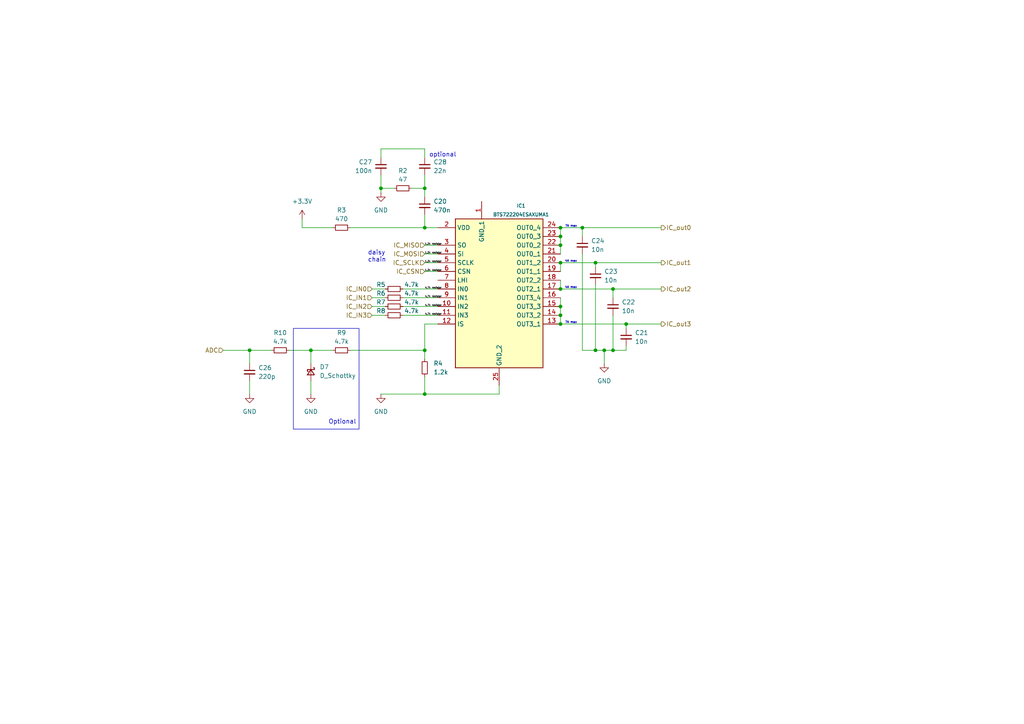
<source format=kicad_sch>
(kicad_sch (version 20230121) (generator eeschema)

  (uuid 9dea2d7f-0f08-4906-90cd-01e503554e7e)

  (paper "A4")

  (lib_symbols
    (symbol "Device:C_Small" (pin_numbers hide) (pin_names (offset 0.254) hide) (in_bom yes) (on_board yes)
      (property "Reference" "C" (at 0.254 1.778 0)
        (effects (font (size 1.27 1.27)) (justify left))
      )
      (property "Value" "C_Small" (at 0.254 -2.032 0)
        (effects (font (size 1.27 1.27)) (justify left))
      )
      (property "Footprint" "" (at 0 0 0)
        (effects (font (size 1.27 1.27)) hide)
      )
      (property "Datasheet" "~" (at 0 0 0)
        (effects (font (size 1.27 1.27)) hide)
      )
      (property "ki_keywords" "capacitor cap" (at 0 0 0)
        (effects (font (size 1.27 1.27)) hide)
      )
      (property "ki_description" "Unpolarized capacitor, small symbol" (at 0 0 0)
        (effects (font (size 1.27 1.27)) hide)
      )
      (property "ki_fp_filters" "C_*" (at 0 0 0)
        (effects (font (size 1.27 1.27)) hide)
      )
      (symbol "C_Small_0_1"
        (polyline
          (pts
            (xy -1.524 -0.508)
            (xy 1.524 -0.508)
          )
          (stroke (width 0.3302) (type default))
          (fill (type none))
        )
        (polyline
          (pts
            (xy -1.524 0.508)
            (xy 1.524 0.508)
          )
          (stroke (width 0.3048) (type default))
          (fill (type none))
        )
      )
      (symbol "C_Small_1_1"
        (pin passive line (at 0 2.54 270) (length 2.032)
          (name "~" (effects (font (size 1.27 1.27))))
          (number "1" (effects (font (size 1.27 1.27))))
        )
        (pin passive line (at 0 -2.54 90) (length 2.032)
          (name "~" (effects (font (size 1.27 1.27))))
          (number "2" (effects (font (size 1.27 1.27))))
        )
      )
    )
    (symbol "Device:D_Schottky_Small" (pin_numbers hide) (pin_names (offset 0.254) hide) (in_bom yes) (on_board yes)
      (property "Reference" "D" (at -1.27 2.032 0)
        (effects (font (size 1.27 1.27)) (justify left))
      )
      (property "Value" "D_Schottky_Small" (at -7.112 -2.032 0)
        (effects (font (size 1.27 1.27)) (justify left))
      )
      (property "Footprint" "" (at 0 0 90)
        (effects (font (size 1.27 1.27)) hide)
      )
      (property "Datasheet" "~" (at 0 0 90)
        (effects (font (size 1.27 1.27)) hide)
      )
      (property "ki_keywords" "diode Schottky" (at 0 0 0)
        (effects (font (size 1.27 1.27)) hide)
      )
      (property "ki_description" "Schottky diode, small symbol" (at 0 0 0)
        (effects (font (size 1.27 1.27)) hide)
      )
      (property "ki_fp_filters" "TO-???* *_Diode_* *SingleDiode* D_*" (at 0 0 0)
        (effects (font (size 1.27 1.27)) hide)
      )
      (symbol "D_Schottky_Small_0_1"
        (polyline
          (pts
            (xy -0.762 0)
            (xy 0.762 0)
          )
          (stroke (width 0) (type default))
          (fill (type none))
        )
        (polyline
          (pts
            (xy 0.762 -1.016)
            (xy -0.762 0)
            (xy 0.762 1.016)
            (xy 0.762 -1.016)
          )
          (stroke (width 0.254) (type default))
          (fill (type none))
        )
        (polyline
          (pts
            (xy -1.27 0.762)
            (xy -1.27 1.016)
            (xy -0.762 1.016)
            (xy -0.762 -1.016)
            (xy -0.254 -1.016)
            (xy -0.254 -0.762)
          )
          (stroke (width 0.254) (type default))
          (fill (type none))
        )
      )
      (symbol "D_Schottky_Small_1_1"
        (pin passive line (at -2.54 0 0) (length 1.778)
          (name "K" (effects (font (size 1.27 1.27))))
          (number "1" (effects (font (size 1.27 1.27))))
        )
        (pin passive line (at 2.54 0 180) (length 1.778)
          (name "A" (effects (font (size 1.27 1.27))))
          (number "2" (effects (font (size 1.27 1.27))))
        )
      )
    )
    (symbol "Device:R_Small" (pin_numbers hide) (pin_names (offset 0.254) hide) (in_bom yes) (on_board yes)
      (property "Reference" "R" (at 0.762 0.508 0)
        (effects (font (size 1.27 1.27)) (justify left))
      )
      (property "Value" "R_Small" (at 0.762 -1.016 0)
        (effects (font (size 1.27 1.27)) (justify left))
      )
      (property "Footprint" "" (at 0 0 0)
        (effects (font (size 1.27 1.27)) hide)
      )
      (property "Datasheet" "~" (at 0 0 0)
        (effects (font (size 1.27 1.27)) hide)
      )
      (property "ki_keywords" "R resistor" (at 0 0 0)
        (effects (font (size 1.27 1.27)) hide)
      )
      (property "ki_description" "Resistor, small symbol" (at 0 0 0)
        (effects (font (size 1.27 1.27)) hide)
      )
      (property "ki_fp_filters" "R_*" (at 0 0 0)
        (effects (font (size 1.27 1.27)) hide)
      )
      (symbol "R_Small_0_1"
        (rectangle (start -0.762 1.778) (end 0.762 -1.778)
          (stroke (width 0.2032) (type default))
          (fill (type none))
        )
      )
      (symbol "R_Small_1_1"
        (pin passive line (at 0 2.54 270) (length 0.762)
          (name "~" (effects (font (size 1.27 1.27))))
          (number "1" (effects (font (size 1.27 1.27))))
        )
        (pin passive line (at 0 -2.54 90) (length 0.762)
          (name "~" (effects (font (size 1.27 1.27))))
          (number "2" (effects (font (size 1.27 1.27))))
        )
      )
    )
    (symbol "Samacsys_kicad_sym:BTS722204ESAXUMA1" (in_bom yes) (on_board yes)
      (property "Reference" "IC1" (at 24.13 6.35 0)
        (effects (font (size 1 1)))
      )
      (property "Value" "BTS722204ESAXUMA1" (at 24.13 3.81 0)
        (effects (font (size 1 1)))
      )
      (property "Footprint" "Samacsys:SOP65P600X115-25N" (at 31.75 -94.92 0)
        (effects (font (size 1.27 1.27)) (justify left top) hide)
      )
      (property "Datasheet" "https://www.infineon.com/dgdl/Infineon-BTS72220-4ESA-DS-v01_00-EN.pdf?fileId=5546d462636cc8fb0163feab173708d9" (at 31.75 -194.92 0)
        (effects (font (size 1.27 1.27)) (justify left top) hide)
      )
      (property "Height" "1.15" (at 31.75 -394.92 0)
        (effects (font (size 1.27 1.27)) (justify left top) hide)
      )
      (property "Mouser Part Number" "726-BTS722204ESAXUMA" (at 31.75 -494.92 0)
        (effects (font (size 1.27 1.27)) (justify left top) hide)
      )
      (property "Mouser Price/Stock" "https://www.mouser.co.uk/ProductDetail/Infineon-Technologies/BTS722204ESAXUMA1?qs=%252BEew9%252B0nqrBKRVYWm1E2Qg%3D%3D" (at 31.75 -594.92 0)
        (effects (font (size 1.27 1.27)) (justify left top) hide)
      )
      (property "Manufacturer_Name" "Infineon" (at 31.75 -694.92 0)
        (effects (font (size 1.27 1.27)) (justify left top) hide)
      )
      (property "Manufacturer_Part_Number" "BTS722204ESAXUMA1" (at 31.75 -794.92 0)
        (effects (font (size 1.27 1.27)) (justify left top) hide)
      )
      (property "ki_description" "Power Switch ICs - Power Distribution SPOC" (at 0 0 0)
        (effects (font (size 1.27 1.27)) hide)
      )
      (symbol "BTS722204ESAXUMA1_1_1"
        (rectangle (start 5.08 2.54) (end 30.48 -40.64)
          (stroke (width 0.254) (type default))
          (fill (type background))
        )
        (pin passive line (at 12.7 7.62 270) (length 5.08)
          (name "GND_1" (effects (font (size 1.27 1.27))))
          (number "1" (effects (font (size 1.27 1.27))))
        )
        (pin passive line (at 0 -22.86 0) (length 5.08)
          (name "IN2" (effects (font (size 1.27 1.27))))
          (number "10" (effects (font (size 1.27 1.27))))
        )
        (pin passive line (at 0 -25.4 0) (length 5.08)
          (name "IN3" (effects (font (size 1.27 1.27))))
          (number "11" (effects (font (size 1.27 1.27))))
        )
        (pin passive line (at 0 -27.94 0) (length 5.08)
          (name "IS" (effects (font (size 1.27 1.27))))
          (number "12" (effects (font (size 1.27 1.27))))
        )
        (pin passive line (at 35.56 -27.94 180) (length 5.08)
          (name "OUT3_1" (effects (font (size 1.27 1.27))))
          (number "13" (effects (font (size 1.27 1.27))))
        )
        (pin passive line (at 35.56 -25.4 180) (length 5.08)
          (name "OUT3_2" (effects (font (size 1.27 1.27))))
          (number "14" (effects (font (size 1.27 1.27))))
        )
        (pin passive line (at 35.56 -22.86 180) (length 5.08)
          (name "OUT3_3" (effects (font (size 1.27 1.27))))
          (number "15" (effects (font (size 1.27 1.27))))
        )
        (pin passive line (at 35.56 -20.32 180) (length 5.08)
          (name "OUT3_4" (effects (font (size 1.27 1.27))))
          (number "16" (effects (font (size 1.27 1.27))))
        )
        (pin passive line (at 35.56 -17.78 180) (length 5.08)
          (name "OUT2_1" (effects (font (size 1.27 1.27))))
          (number "17" (effects (font (size 1.27 1.27))))
        )
        (pin passive line (at 35.56 -15.24 180) (length 5.08)
          (name "OUT2_2" (effects (font (size 1.27 1.27))))
          (number "18" (effects (font (size 1.27 1.27))))
        )
        (pin passive line (at 35.56 -12.7 180) (length 5.08)
          (name "OUT1_1" (effects (font (size 1.27 1.27))))
          (number "19" (effects (font (size 1.27 1.27))))
        )
        (pin passive line (at 0 0 0) (length 5.08)
          (name "VDD" (effects (font (size 1.27 1.27))))
          (number "2" (effects (font (size 1.27 1.27))))
        )
        (pin passive line (at 35.56 -10.16 180) (length 5.08)
          (name "OUT1_2" (effects (font (size 1.27 1.27))))
          (number "20" (effects (font (size 1.27 1.27))))
        )
        (pin passive line (at 35.56 -7.62 180) (length 5.08)
          (name "OUT0_1" (effects (font (size 1.27 1.27))))
          (number "21" (effects (font (size 1.27 1.27))))
        )
        (pin passive line (at 35.56 -5.08 180) (length 5.08)
          (name "OUT0_2" (effects (font (size 1.27 1.27))))
          (number "22" (effects (font (size 1.27 1.27))))
        )
        (pin passive line (at 35.56 -2.54 180) (length 5.08)
          (name "OUT0_3" (effects (font (size 1.27 1.27))))
          (number "23" (effects (font (size 1.27 1.27))))
        )
        (pin passive line (at 35.56 0 180) (length 5.08)
          (name "OUT0_4" (effects (font (size 1.27 1.27))))
          (number "24" (effects (font (size 1.27 1.27))))
        )
        (pin passive line (at 17.78 -45.72 90) (length 5.08)
          (name "GND_2" (effects (font (size 1.27 1.27))))
          (number "25" (effects (font (size 1.27 1.27))))
        )
        (pin passive line (at 0 -5.08 0) (length 5.08)
          (name "SO" (effects (font (size 1.27 1.27))))
          (number "3" (effects (font (size 1.27 1.27))))
        )
        (pin passive line (at 0 -7.62 0) (length 5.08)
          (name "SI" (effects (font (size 1.27 1.27))))
          (number "4" (effects (font (size 1.27 1.27))))
        )
        (pin passive line (at 0 -10.16 0) (length 5.08)
          (name "SCLK" (effects (font (size 1.27 1.27))))
          (number "5" (effects (font (size 1.27 1.27))))
        )
        (pin passive line (at 0 -12.7 0) (length 5.08)
          (name "CSN" (effects (font (size 1.27 1.27))))
          (number "6" (effects (font (size 1.27 1.27))))
        )
        (pin passive line (at 0 -15.24 0) (length 5.08)
          (name "LHI" (effects (font (size 1.27 1.27))))
          (number "7" (effects (font (size 1.27 1.27))))
        )
        (pin passive line (at 0 -17.78 0) (length 5.08)
          (name "IN0" (effects (font (size 1.27 1.27))))
          (number "8" (effects (font (size 1.27 1.27))))
        )
        (pin passive line (at 0 -20.32 0) (length 5.08)
          (name "IN1" (effects (font (size 1.27 1.27))))
          (number "9" (effects (font (size 1.27 1.27))))
        )
      )
    )
    (symbol "power:+3.3V" (power) (pin_names (offset 0)) (in_bom yes) (on_board yes)
      (property "Reference" "#PWR" (at 0 -3.81 0)
        (effects (font (size 1.27 1.27)) hide)
      )
      (property "Value" "+3.3V" (at 0 3.556 0)
        (effects (font (size 1.27 1.27)))
      )
      (property "Footprint" "" (at 0 0 0)
        (effects (font (size 1.27 1.27)) hide)
      )
      (property "Datasheet" "" (at 0 0 0)
        (effects (font (size 1.27 1.27)) hide)
      )
      (property "ki_keywords" "global power" (at 0 0 0)
        (effects (font (size 1.27 1.27)) hide)
      )
      (property "ki_description" "Power symbol creates a global label with name \"+3.3V\"" (at 0 0 0)
        (effects (font (size 1.27 1.27)) hide)
      )
      (symbol "+3.3V_0_1"
        (polyline
          (pts
            (xy -0.762 1.27)
            (xy 0 2.54)
          )
          (stroke (width 0) (type default))
          (fill (type none))
        )
        (polyline
          (pts
            (xy 0 0)
            (xy 0 2.54)
          )
          (stroke (width 0) (type default))
          (fill (type none))
        )
        (polyline
          (pts
            (xy 0 2.54)
            (xy 0.762 1.27)
          )
          (stroke (width 0) (type default))
          (fill (type none))
        )
      )
      (symbol "+3.3V_1_1"
        (pin power_in line (at 0 0 90) (length 0) hide
          (name "+3.3V" (effects (font (size 1.27 1.27))))
          (number "1" (effects (font (size 1.27 1.27))))
        )
      )
    )
    (symbol "power:GND" (power) (pin_names (offset 0)) (in_bom yes) (on_board yes)
      (property "Reference" "#PWR" (at 0 -6.35 0)
        (effects (font (size 1.27 1.27)) hide)
      )
      (property "Value" "GND" (at 0 -3.81 0)
        (effects (font (size 1.27 1.27)))
      )
      (property "Footprint" "" (at 0 0 0)
        (effects (font (size 1.27 1.27)) hide)
      )
      (property "Datasheet" "" (at 0 0 0)
        (effects (font (size 1.27 1.27)) hide)
      )
      (property "ki_keywords" "global power" (at 0 0 0)
        (effects (font (size 1.27 1.27)) hide)
      )
      (property "ki_description" "Power symbol creates a global label with name \"GND\" , ground" (at 0 0 0)
        (effects (font (size 1.27 1.27)) hide)
      )
      (symbol "GND_0_1"
        (polyline
          (pts
            (xy 0 0)
            (xy 0 -1.27)
            (xy 1.27 -1.27)
            (xy 0 -2.54)
            (xy -1.27 -1.27)
            (xy 0 -1.27)
          )
          (stroke (width 0) (type default))
          (fill (type none))
        )
      )
      (symbol "GND_1_1"
        (pin power_in line (at 0 0 270) (length 0) hide
          (name "GND" (effects (font (size 1.27 1.27))))
          (number "1" (effects (font (size 1.27 1.27))))
        )
      )
    )
  )

  (junction (at 162.56 93.98) (diameter 0) (color 0 0 0 0)
    (uuid 0b5160b6-210c-44c0-98a7-f3b8cf21062a)
  )
  (junction (at 162.56 88.9) (diameter 0) (color 0 0 0 0)
    (uuid 11cc7523-0844-470a-9086-9d0978565b81)
  )
  (junction (at 110.49 54.61) (diameter 0) (color 0 0 0 0)
    (uuid 4a93c9dc-fc7f-4abd-9c71-a03ef4c5f372)
  )
  (junction (at 175.26 101.6) (diameter 0) (color 0 0 0 0)
    (uuid 562a3f17-6e95-4877-a713-fc50eaee3c97)
  )
  (junction (at 177.8 101.6) (diameter 0) (color 0 0 0 0)
    (uuid 5c2684f1-13dd-4d49-a225-d964983079a2)
  )
  (junction (at 172.72 101.6) (diameter 0) (color 0 0 0 0)
    (uuid 6e7df94e-f1a7-436e-8687-14b7704c31bc)
  )
  (junction (at 168.91 66.04) (diameter 0) (color 0 0 0 0)
    (uuid 70795654-4b06-4ce8-954d-7bc7e80fa380)
  )
  (junction (at 162.56 68.58) (diameter 0) (color 0 0 0 0)
    (uuid 763c09c3-bdb5-4b58-8108-8b92687b39e6)
  )
  (junction (at 123.19 54.61) (diameter 0) (color 0 0 0 0)
    (uuid 76e20b1d-9cac-4a65-aca8-704f42a0b3e2)
  )
  (junction (at 162.56 71.12) (diameter 0) (color 0 0 0 0)
    (uuid 7733aabe-67fe-41a9-a085-50fb4f61e029)
  )
  (junction (at 162.56 76.2) (diameter 0) (color 0 0 0 0)
    (uuid 7d507923-572b-4265-9269-aa941a47f02c)
  )
  (junction (at 123.19 101.6) (diameter 0) (color 0 0 0 0)
    (uuid 7fd26398-8e4c-450b-bec3-bf5c98bfa5dc)
  )
  (junction (at 172.72 76.2) (diameter 0) (color 0 0 0 0)
    (uuid 846303e5-e2c1-4623-9467-c9283d8a1fd6)
  )
  (junction (at 162.56 91.44) (diameter 0) (color 0 0 0 0)
    (uuid 8b68f774-9cd0-4407-890f-04766527191d)
  )
  (junction (at 123.19 114.3) (diameter 0) (color 0 0 0 0)
    (uuid 919c5136-c6bc-4bcb-b44c-655e65b26dc5)
  )
  (junction (at 181.61 93.98) (diameter 0) (color 0 0 0 0)
    (uuid be25242c-04fe-45ef-9043-ba44afc253c6)
  )
  (junction (at 90.17 101.6) (diameter 0) (color 0 0 0 0)
    (uuid c3b4f240-fd4f-4868-9a12-bd28a7f5d408)
  )
  (junction (at 162.56 66.04) (diameter 0) (color 0 0 0 0)
    (uuid e4d36d62-a9cd-4d32-a31c-155a0112088b)
  )
  (junction (at 72.39 101.6) (diameter 0) (color 0 0 0 0)
    (uuid ec56d442-84dc-4372-95de-0e7ae5abb5ee)
  )
  (junction (at 177.8 83.82) (diameter 0) (color 0 0 0 0)
    (uuid ee581dfe-004a-4ce1-9ea7-876950477917)
  )
  (junction (at 123.19 66.04) (diameter 0) (color 0 0 0 0)
    (uuid fec6f36b-869f-4678-8c0f-cbac09239e79)
  )
  (junction (at 162.56 83.82) (diameter 0) (color 0 0 0 0)
    (uuid fed373ff-668a-44cb-87e2-7e559feffe47)
  )

  (wire (pts (xy 116.84 91.44) (xy 127 91.44))
    (stroke (width 0) (type default))
    (uuid 0144f632-d5da-47b1-9436-6e88fca495a5)
  )
  (wire (pts (xy 162.56 91.44) (xy 162.56 93.98))
    (stroke (width 0) (type default))
    (uuid 02c6a978-c4f4-4b96-9b25-41852ea17f59)
  )
  (wire (pts (xy 90.17 110.49) (xy 90.17 114.3))
    (stroke (width 0) (type default))
    (uuid 0dc26203-79da-4280-b4db-c72e766eb5c4)
  )
  (wire (pts (xy 175.26 101.6) (xy 177.8 101.6))
    (stroke (width 0) (type default))
    (uuid 10744398-a288-42d2-ad76-e372dc04703b)
  )
  (wire (pts (xy 123.19 76.2) (xy 127 76.2))
    (stroke (width 0) (type default))
    (uuid 1268e0ef-eef5-4f07-9cbb-157a16300c8b)
  )
  (wire (pts (xy 107.95 86.36) (xy 111.76 86.36))
    (stroke (width 0) (type default))
    (uuid 139fa40a-bc67-41df-ad83-25a8d4cd1b8a)
  )
  (wire (pts (xy 162.56 93.98) (xy 181.61 93.98))
    (stroke (width 0) (type default))
    (uuid 1f015b99-1bc1-4f9e-8c4b-12ee573f4487)
  )
  (wire (pts (xy 168.91 73.66) (xy 168.91 101.6))
    (stroke (width 0) (type default))
    (uuid 258b6756-08c7-4c4e-bb7b-4da293302c2e)
  )
  (wire (pts (xy 123.19 93.98) (xy 123.19 101.6))
    (stroke (width 0) (type default))
    (uuid 28a0daaa-2e55-49fe-abee-fd98625f4de0)
  )
  (wire (pts (xy 162.56 66.04) (xy 162.56 68.58))
    (stroke (width 0) (type default))
    (uuid 28ae7723-338e-4d1c-8b9c-d33e384c6b3b)
  )
  (wire (pts (xy 181.61 100.33) (xy 181.61 101.6))
    (stroke (width 0) (type default))
    (uuid 2afe22d6-c9c4-4dd1-8f3a-519f58cf9398)
  )
  (wire (pts (xy 110.49 50.8) (xy 110.49 54.61))
    (stroke (width 0) (type default))
    (uuid 32f103bf-d089-4dfd-9a24-570e925a7e17)
  )
  (wire (pts (xy 110.49 114.3) (xy 123.19 114.3))
    (stroke (width 0) (type default))
    (uuid 3a4aeae2-5fbd-4b98-995f-c6118eb1f94b)
  )
  (wire (pts (xy 181.61 95.25) (xy 181.61 93.98))
    (stroke (width 0) (type default))
    (uuid 41f9254c-6a72-432a-ba66-3f7737116b9d)
  )
  (wire (pts (xy 181.61 93.98) (xy 191.77 93.98))
    (stroke (width 0) (type default))
    (uuid 42a27c00-c209-4a3a-8a7b-75e4b7814438)
  )
  (wire (pts (xy 110.49 45.72) (xy 110.49 43.18))
    (stroke (width 0) (type default))
    (uuid 457c1919-732d-4651-aed4-89474b673aaa)
  )
  (wire (pts (xy 123.19 101.6) (xy 123.19 104.14))
    (stroke (width 0) (type default))
    (uuid 473ca0e0-db78-4f6f-aa0c-5af5238b1eb8)
  )
  (wire (pts (xy 123.19 78.74) (xy 127 78.74))
    (stroke (width 0) (type default))
    (uuid 48036dec-d13f-4ded-852a-659eb2819a77)
  )
  (wire (pts (xy 168.91 68.58) (xy 168.91 66.04))
    (stroke (width 0) (type default))
    (uuid 4b8bbf09-d6cd-4b12-a40e-545d1943a0cf)
  )
  (wire (pts (xy 110.49 54.61) (xy 114.3 54.61))
    (stroke (width 0) (type default))
    (uuid 4ec79ccc-c448-4c28-a320-4b963b5792b5)
  )
  (wire (pts (xy 168.91 66.04) (xy 191.77 66.04))
    (stroke (width 0) (type default))
    (uuid 53a1c4d1-02ca-4743-8c33-8f92b359ef62)
  )
  (wire (pts (xy 162.56 81.28) (xy 162.56 83.82))
    (stroke (width 0) (type default))
    (uuid 56eac58b-57c9-4031-ac15-bedb4f275bb6)
  )
  (wire (pts (xy 87.63 63.5) (xy 87.63 66.04))
    (stroke (width 0) (type default))
    (uuid 574a4a7c-ae73-4cdd-ab7a-4e720af70958)
  )
  (wire (pts (xy 123.19 73.66) (xy 127 73.66))
    (stroke (width 0) (type default))
    (uuid 5e3d8a33-4957-44c4-af9c-acbfe6b92686)
  )
  (wire (pts (xy 90.17 101.6) (xy 96.52 101.6))
    (stroke (width 0) (type default))
    (uuid 60716536-fb1f-48de-8ee1-765a04e4e363)
  )
  (wire (pts (xy 116.84 88.9) (xy 127 88.9))
    (stroke (width 0) (type default))
    (uuid 61bd2c18-181e-4e88-977e-c566d93d4bd1)
  )
  (wire (pts (xy 162.56 76.2) (xy 172.72 76.2))
    (stroke (width 0) (type default))
    (uuid 6d270b89-9b7a-4e7a-af6c-d6e5dffe45be)
  )
  (wire (pts (xy 123.19 62.23) (xy 123.19 66.04))
    (stroke (width 0) (type default))
    (uuid 6dcf2ea2-bbc1-4c27-9ce0-d867e1aaadf9)
  )
  (wire (pts (xy 172.72 101.6) (xy 175.26 101.6))
    (stroke (width 0) (type default))
    (uuid 6fe66ada-3774-41c8-9efe-1855892a0182)
  )
  (wire (pts (xy 162.56 71.12) (xy 162.56 73.66))
    (stroke (width 0) (type default))
    (uuid 71269300-c96b-4e71-8ef5-328c186855f0)
  )
  (wire (pts (xy 123.19 54.61) (xy 123.19 57.15))
    (stroke (width 0) (type default))
    (uuid 71c6d22e-0435-4e23-bd33-6064eb24e5b0)
  )
  (wire (pts (xy 107.95 83.82) (xy 111.76 83.82))
    (stroke (width 0) (type default))
    (uuid 766a0867-b2b7-4060-b30e-fe6d2143f557)
  )
  (wire (pts (xy 177.8 91.44) (xy 177.8 101.6))
    (stroke (width 0) (type default))
    (uuid 78e66d55-9bfc-491d-9312-5037c02ee7c2)
  )
  (wire (pts (xy 123.19 50.8) (xy 123.19 54.61))
    (stroke (width 0) (type default))
    (uuid 7cfeaef6-85ce-426f-ae66-f0a6bc760436)
  )
  (wire (pts (xy 123.19 109.22) (xy 123.19 114.3))
    (stroke (width 0) (type default))
    (uuid 7d023bbe-a2b0-4ec5-9b3a-5f7b289fa5ab)
  )
  (wire (pts (xy 110.49 43.18) (xy 123.19 43.18))
    (stroke (width 0) (type default))
    (uuid 803fa6fd-c7ba-4d82-b199-417ece218938)
  )
  (wire (pts (xy 177.8 101.6) (xy 181.61 101.6))
    (stroke (width 0) (type default))
    (uuid 83d171f8-2bf9-43a0-9c3a-1239f9b4e729)
  )
  (wire (pts (xy 123.19 114.3) (xy 144.78 114.3))
    (stroke (width 0) (type default))
    (uuid 841c8a4f-c745-48ec-9837-96c999f214de)
  )
  (wire (pts (xy 162.56 83.82) (xy 177.8 83.82))
    (stroke (width 0) (type default))
    (uuid 85740572-1a0b-4a80-937c-711b38a14171)
  )
  (wire (pts (xy 101.6 66.04) (xy 123.19 66.04))
    (stroke (width 0) (type default))
    (uuid 8955bb18-f21d-439a-a4ed-01ecc08b6184)
  )
  (wire (pts (xy 116.84 86.36) (xy 127 86.36))
    (stroke (width 0) (type default))
    (uuid 89e9e4ef-d222-455b-865e-928fbab755c4)
  )
  (wire (pts (xy 72.39 101.6) (xy 72.39 105.41))
    (stroke (width 0) (type default))
    (uuid 8de26a25-b005-4e6d-8f96-e02cd96a5f65)
  )
  (wire (pts (xy 72.39 110.49) (xy 72.39 114.3))
    (stroke (width 0) (type default))
    (uuid 95ed2bb7-6355-41e1-a9db-7f08573499b2)
  )
  (wire (pts (xy 162.56 86.36) (xy 162.56 88.9))
    (stroke (width 0) (type default))
    (uuid 9718a87a-42cd-466e-a38c-dd6dfac43d6b)
  )
  (wire (pts (xy 64.77 101.6) (xy 72.39 101.6))
    (stroke (width 0) (type default))
    (uuid 98ae586a-6785-475a-8d1f-42213805efaa)
  )
  (wire (pts (xy 177.8 83.82) (xy 191.77 83.82))
    (stroke (width 0) (type default))
    (uuid 98f883a3-c3b8-40d8-bd8c-4c8eaa9931b4)
  )
  (wire (pts (xy 101.6 101.6) (xy 123.19 101.6))
    (stroke (width 0) (type default))
    (uuid a35231ba-9c76-438b-ad04-6f24eeb5dc5e)
  )
  (wire (pts (xy 162.56 76.2) (xy 162.56 78.74))
    (stroke (width 0) (type default))
    (uuid a57995fb-4f31-4497-b9c6-f6e884a2b9c7)
  )
  (wire (pts (xy 90.17 101.6) (xy 90.17 105.41))
    (stroke (width 0) (type default))
    (uuid a5b176a1-3b5a-40f1-84ac-65d84e2a17d5)
  )
  (wire (pts (xy 168.91 101.6) (xy 172.72 101.6))
    (stroke (width 0) (type default))
    (uuid a62a5d04-07dc-45a7-92a7-14a000f091b0)
  )
  (wire (pts (xy 172.72 76.2) (xy 191.77 76.2))
    (stroke (width 0) (type default))
    (uuid b2366d22-abe5-4229-b1d5-f7b36d50bf2a)
  )
  (wire (pts (xy 127 93.98) (xy 123.19 93.98))
    (stroke (width 0) (type default))
    (uuid b3193ecc-b4a6-4a43-a045-96646e30ab14)
  )
  (wire (pts (xy 116.84 83.82) (xy 127 83.82))
    (stroke (width 0) (type default))
    (uuid b6112cb6-474e-4ae8-b8b9-5924821e63d6)
  )
  (wire (pts (xy 144.78 111.76) (xy 144.78 114.3))
    (stroke (width 0) (type default))
    (uuid c0fa53e7-ed51-4c17-bb25-593f1eadf32c)
  )
  (wire (pts (xy 177.8 86.36) (xy 177.8 83.82))
    (stroke (width 0) (type default))
    (uuid c12150a3-3eee-43ee-af3e-ee7563324029)
  )
  (wire (pts (xy 123.19 54.61) (xy 119.38 54.61))
    (stroke (width 0) (type default))
    (uuid cb76e0a1-7d4f-4c3e-ab05-c0ffd126ec2c)
  )
  (wire (pts (xy 87.63 66.04) (xy 96.52 66.04))
    (stroke (width 0) (type default))
    (uuid cbc0062d-dc3c-433c-be2d-4c412f5cecb4)
  )
  (wire (pts (xy 107.95 88.9) (xy 111.76 88.9))
    (stroke (width 0) (type default))
    (uuid d0063609-e18b-47cc-9e34-6699ffa54cff)
  )
  (wire (pts (xy 123.19 71.12) (xy 127 71.12))
    (stroke (width 0) (type default))
    (uuid d06d8231-c9c5-4b35-85cd-745e5ed9999c)
  )
  (wire (pts (xy 162.56 66.04) (xy 168.91 66.04))
    (stroke (width 0) (type default))
    (uuid d2faac2e-acb6-4436-8eb9-1fe2c65184a2)
  )
  (wire (pts (xy 123.19 43.18) (xy 123.19 45.72))
    (stroke (width 0) (type default))
    (uuid d3b68477-0e83-4671-bccf-061808a69848)
  )
  (wire (pts (xy 83.82 101.6) (xy 90.17 101.6))
    (stroke (width 0) (type default))
    (uuid d9031d8f-8aa4-407a-8d2c-79b91b419bf2)
  )
  (wire (pts (xy 123.19 66.04) (xy 127 66.04))
    (stroke (width 0) (type default))
    (uuid da0a6833-3fbf-443b-9575-233020c6e114)
  )
  (wire (pts (xy 162.56 68.58) (xy 162.56 71.12))
    (stroke (width 0) (type default))
    (uuid da977190-9465-446d-81de-642e50de16a4)
  )
  (wire (pts (xy 72.39 101.6) (xy 78.74 101.6))
    (stroke (width 0) (type default))
    (uuid dba68fdc-28c8-4bd9-ae4e-0a3b9c8d29c6)
  )
  (wire (pts (xy 107.95 91.44) (xy 111.76 91.44))
    (stroke (width 0) (type default))
    (uuid dbb08acd-5d0c-4fa9-b424-1cda9033005b)
  )
  (wire (pts (xy 110.49 55.88) (xy 110.49 54.61))
    (stroke (width 0) (type default))
    (uuid e8951f7d-93bb-4ef8-b39e-7d5df273e1f5)
  )
  (wire (pts (xy 162.56 88.9) (xy 162.56 91.44))
    (stroke (width 0) (type default))
    (uuid ef96aabe-2416-411c-8234-c28dc5578836)
  )
  (wire (pts (xy 175.26 101.6) (xy 175.26 105.41))
    (stroke (width 0) (type default))
    (uuid f250a96b-1ab5-4c11-8877-2569af2eaf16)
  )
  (wire (pts (xy 172.72 77.47) (xy 172.72 76.2))
    (stroke (width 0) (type default))
    (uuid f92d6d32-7983-491f-a7b6-9f57143b2e2a)
  )
  (wire (pts (xy 172.72 82.55) (xy 172.72 101.6))
    (stroke (width 0) (type default))
    (uuid f9cc661f-9d9c-44d6-b0e1-0862fed1427a)
  )

  (rectangle (start 85.09 95.25) (end 104.14 124.46)
    (stroke (width 0) (type default))
    (fill (type none))
    (uuid b4c9afaa-04ab-4dc8-a394-007d93387102)
  )

  (text "4A max" (at 163.83 83.82 0)
    (effects (font (size 0.6 0.6)) (justify left bottom))
    (uuid 066e189f-17d1-4b98-9532-852f0c063ba2)
  )
  (text "7A max" (at 163.83 66.04 0)
    (effects (font (size 0.6 0.6)) (justify left bottom))
    (uuid 2cef0369-d0bf-4414-a79d-0a94eb47e16f)
  )
  (text "Optional\n" (at 95.25 123.19 0)
    (effects (font (size 1.27 1.27)) (justify left bottom))
    (uuid 33910bfa-5bc1-4674-980b-c19055fc0f12)
  )
  (text "optional\n" (at 124.46 45.72 0)
    (effects (font (size 1.27 1.27)) (justify left bottom))
    (uuid 93966667-34e6-4c72-8744-b3e2481cfd06)
  )
  (text "7A max" (at 163.83 93.98 0)
    (effects (font (size 0.6 0.6)) (justify left bottom))
    (uuid c95c30be-ab27-42c4-bf4f-c5d2351eb1ef)
  )
  (text "4A max" (at 163.83 76.2 0)
    (effects (font (size 0.6 0.6)) (justify left bottom))
    (uuid e50dc8cc-94f6-4f08-babc-27876fbb9356)
  )
  (text "daisy\nchain" (at 106.68 76.2 0)
    (effects (font (size 1.27 1.27)) (justify left bottom))
    (uuid eff743d3-6b60-4ca1-91bf-e82b26d750a4)
  )

  (label "4.7k resistor" (at 123.19 88.9 0) (fields_autoplaced)
    (effects (font (size 0.5 0.5)) (justify left bottom))
    (uuid 0a4953bb-8227-4aba-a535-c3295f6e5f0b)
  )
  (label "1.2k resistor" (at 123.19 78.74 0) (fields_autoplaced)
    (effects (font (size 0.5 0.5)) (justify left bottom))
    (uuid 220a8972-6765-4de0-b8e4-d4637b2b5b54)
  )
  (label "1.2k resistor" (at 123.19 73.66 0) (fields_autoplaced)
    (effects (font (size 0.5 0.5)) (justify left bottom))
    (uuid 2ab215de-c765-4baa-982d-74e635326cb2)
  )
  (label "4.7k resistor" (at 123.19 91.44 0) (fields_autoplaced)
    (effects (font (size 0.5 0.5)) (justify left bottom))
    (uuid 2db3dbe4-1abc-44f0-bb83-e979904bcee8)
  )
  (label "4.7k resistor" (at 123.19 83.82 0) (fields_autoplaced)
    (effects (font (size 0.5 0.5)) (justify left bottom))
    (uuid 363ec59e-9e74-4a6a-88ab-738d12ecbdcc)
  )
  (label "4.7k resistor" (at 123.19 86.36 0) (fields_autoplaced)
    (effects (font (size 0.5 0.5)) (justify left bottom))
    (uuid 385e1fbc-d131-48be-87c6-4bceaccf3129)
  )
  (label "1.2k resistor" (at 123.19 76.2 0) (fields_autoplaced)
    (effects (font (size 0.5 0.5)) (justify left bottom))
    (uuid 3e1be19c-a42e-4b56-b88e-bdd504ae4681)
  )
  (label "1.2k resistor" (at 123.19 71.12 0) (fields_autoplaced)
    (effects (font (size 0.5 0.5)) (justify left bottom))
    (uuid 8af48571-9400-4bac-b9eb-ab4e673967cb)
  )

  (hierarchical_label "ADC" (shape input) (at 64.77 101.6 180) (fields_autoplaced)
    (effects (font (size 1.27 1.27)) (justify right))
    (uuid 15bbfbee-e1f4-4833-b40b-24645105e7f8)
  )
  (hierarchical_label "IC_MISO" (shape input) (at 123.19 71.12 180) (fields_autoplaced)
    (effects (font (size 1.27 1.27)) (justify right))
    (uuid 17ea0c7c-cddf-494f-9dbd-d390a7c7dc9e)
  )
  (hierarchical_label "IC_out0" (shape output) (at 191.77 66.04 0) (fields_autoplaced)
    (effects (font (size 1.27 1.27)) (justify left))
    (uuid 1efd086e-42ea-48eb-b0f7-632b85bcfde7)
  )
  (hierarchical_label "IC_CSN" (shape input) (at 123.19 78.74 180) (fields_autoplaced)
    (effects (font (size 1.27 1.27)) (justify right))
    (uuid 2d531ed4-eacb-415d-896b-df4e588b7d5b)
  )
  (hierarchical_label "IC_out3" (shape output) (at 191.77 93.98 0) (fields_autoplaced)
    (effects (font (size 1.27 1.27)) (justify left))
    (uuid 30e55d3b-1dd2-4e3b-8291-de7eb23bdd73)
  )
  (hierarchical_label "IC_IN2" (shape input) (at 107.95 88.9 180) (fields_autoplaced)
    (effects (font (size 1.27 1.27)) (justify right))
    (uuid 3daec668-6de5-4c38-8069-8de559d0691e)
  )
  (hierarchical_label "IC_IN1" (shape input) (at 107.95 86.36 180) (fields_autoplaced)
    (effects (font (size 1.27 1.27)) (justify right))
    (uuid 5cde8bf2-de9a-43ee-83fc-fb2a07777a8d)
  )
  (hierarchical_label "IC_SCLK" (shape input) (at 123.19 76.2 180) (fields_autoplaced)
    (effects (font (size 1.27 1.27)) (justify right))
    (uuid 74db2399-ace1-4c2c-9f15-17c9bc00f260)
  )
  (hierarchical_label "IC_MOSI" (shape input) (at 123.19 73.66 180) (fields_autoplaced)
    (effects (font (size 1.27 1.27)) (justify right))
    (uuid 919d5b93-d08d-4d48-9d62-6f9fbe7310c2)
  )
  (hierarchical_label "IC_IN0" (shape input) (at 107.95 83.82 180) (fields_autoplaced)
    (effects (font (size 1.27 1.27)) (justify right))
    (uuid b5dfbd90-38ca-40fd-8b9e-ff66a252295e)
  )
  (hierarchical_label "IC_out2" (shape output) (at 191.77 83.82 0) (fields_autoplaced)
    (effects (font (size 1.27 1.27)) (justify left))
    (uuid b8b3ea92-4231-48f4-8e96-38c6d615452f)
  )
  (hierarchical_label "IC_out1" (shape output) (at 191.77 76.2 0) (fields_autoplaced)
    (effects (font (size 1.27 1.27)) (justify left))
    (uuid dcec9f24-917f-4687-8ce8-0dc060108403)
  )
  (hierarchical_label "IC_IN3" (shape input) (at 107.95 91.44 180) (fields_autoplaced)
    (effects (font (size 1.27 1.27)) (justify right))
    (uuid ddcde2d8-e54f-4e5b-82bf-7031f2ce994e)
  )

  (symbol (lib_id "Device:C_Small") (at 123.19 59.69 0) (unit 1)
    (in_bom yes) (on_board yes) (dnp no) (fields_autoplaced)
    (uuid 0c408b2a-1a24-46c0-8bf0-d99abb77ce16)
    (property "Reference" "C20" (at 125.73 58.4263 0)
      (effects (font (size 1.27 1.27)) (justify left))
    )
    (property "Value" "470n" (at 125.73 60.9663 0)
      (effects (font (size 1.27 1.27)) (justify left))
    )
    (property "Footprint" "" (at 123.19 59.69 0)
      (effects (font (size 1.27 1.27)) hide)
    )
    (property "Datasheet" "~" (at 123.19 59.69 0)
      (effects (font (size 1.27 1.27)) hide)
    )
    (pin "2" (uuid c82ad7c1-bd1c-4921-bfdf-e7ebeb571c5f))
    (pin "1" (uuid 3cb25c59-7c30-4f77-b0ef-5be26eb80860))
    (instances
      (project "PDM_1"
        (path "/b652b05a-4e3d-4ad1-b032-18886abe7d45/75d91615-eff9-4b6f-9704-750a1b8c60e7"
          (reference "C20") (unit 1)
        )
        (path "/b652b05a-4e3d-4ad1-b032-18886abe7d45/bbbea364-8a77-4595-a72b-a583adbd9739/83c58a59-25fb-481e-9535-b4b699590ae2"
          (reference "C32") (unit 1)
        )
        (path "/b652b05a-4e3d-4ad1-b032-18886abe7d45/bbbea364-8a77-4595-a72b-a583adbd9739/f3101971-6d44-4562-aa66-8ca561851e4a"
          (reference "C40") (unit 1)
        )
        (path "/b652b05a-4e3d-4ad1-b032-18886abe7d45/bbbea364-8a77-4595-a72b-a583adbd9739/24864da4-8dbe-4c7f-ad1b-2e57f0e0324c"
          (reference "C48") (unit 1)
        )
        (path "/b652b05a-4e3d-4ad1-b032-18886abe7d45/bbbea364-8a77-4595-a72b-a583adbd9739/7624fc19-8141-468d-9567-e322acef29e4"
          (reference "C56") (unit 1)
        )
      )
    )
  )

  (symbol (lib_id "power:GND") (at 72.39 114.3 0) (unit 1)
    (in_bom yes) (on_board yes) (dnp no) (fields_autoplaced)
    (uuid 0c69bde6-90e9-48ef-8646-2d1095a507d2)
    (property "Reference" "#PWR024" (at 72.39 120.65 0)
      (effects (font (size 1.27 1.27)) hide)
    )
    (property "Value" "GND" (at 72.39 119.38 0)
      (effects (font (size 1.27 1.27)))
    )
    (property "Footprint" "" (at 72.39 114.3 0)
      (effects (font (size 1.27 1.27)) hide)
    )
    (property "Datasheet" "" (at 72.39 114.3 0)
      (effects (font (size 1.27 1.27)) hide)
    )
    (pin "1" (uuid 04e34e53-2f32-4f1c-9027-553bee4ebe5e))
    (instances
      (project "PDM_1"
        (path "/b652b05a-4e3d-4ad1-b032-18886abe7d45/75d91615-eff9-4b6f-9704-750a1b8c60e7"
          (reference "#PWR024") (unit 1)
        )
        (path "/b652b05a-4e3d-4ad1-b032-18886abe7d45/bbbea364-8a77-4595-a72b-a583adbd9739/83c58a59-25fb-481e-9535-b4b699590ae2"
          (reference "#PWR026") (unit 1)
        )
        (path "/b652b05a-4e3d-4ad1-b032-18886abe7d45/bbbea364-8a77-4595-a72b-a583adbd9739/f3101971-6d44-4562-aa66-8ca561851e4a"
          (reference "#PWR032") (unit 1)
        )
        (path "/b652b05a-4e3d-4ad1-b032-18886abe7d45/bbbea364-8a77-4595-a72b-a583adbd9739/24864da4-8dbe-4c7f-ad1b-2e57f0e0324c"
          (reference "#PWR038") (unit 1)
        )
        (path "/b652b05a-4e3d-4ad1-b032-18886abe7d45/bbbea364-8a77-4595-a72b-a583adbd9739/7624fc19-8141-468d-9567-e322acef29e4"
          (reference "#PWR044") (unit 1)
        )
      )
    )
  )

  (symbol (lib_id "Samacsys_kicad_sym:BTS722204ESAXUMA1") (at 127 66.04 0) (unit 1)
    (in_bom yes) (on_board yes) (dnp no) (fields_autoplaced)
    (uuid 23167fc1-8ca4-421e-97bf-d048acc7f291)
    (property "Reference" "IC1" (at 151.13 59.69 0)
      (effects (font (size 1 1)))
    )
    (property "Value" "BTS722204ESAXUMA1" (at 151.13 62.23 0)
      (effects (font (size 1 1)))
    )
    (property "Footprint" "Samacsys:SOP65P600X115-25N" (at 158.75 160.96 0)
      (effects (font (size 1.27 1.27)) (justify left top) hide)
    )
    (property "Datasheet" "https://www.infineon.com/dgdl/Infineon-BTS72220-4ESA-DS-v01_00-EN.pdf?fileId=5546d462636cc8fb0163feab173708d9" (at 158.75 260.96 0)
      (effects (font (size 1.27 1.27)) (justify left top) hide)
    )
    (property "Height" "1.15" (at 158.75 460.96 0)
      (effects (font (size 1.27 1.27)) (justify left top) hide)
    )
    (property "Mouser Part Number" "726-BTS722204ESAXUMA" (at 158.75 560.96 0)
      (effects (font (size 1.27 1.27)) (justify left top) hide)
    )
    (property "Mouser Price/Stock" "https://www.mouser.co.uk/ProductDetail/Infineon-Technologies/BTS722204ESAXUMA1?qs=%252BEew9%252B0nqrBKRVYWm1E2Qg%3D%3D" (at 158.75 660.96 0)
      (effects (font (size 1.27 1.27)) (justify left top) hide)
    )
    (property "Manufacturer_Name" "Infineon" (at 158.75 760.96 0)
      (effects (font (size 1.27 1.27)) (justify left top) hide)
    )
    (property "Manufacturer_Part_Number" "BTS722204ESAXUMA1" (at 158.75 860.96 0)
      (effects (font (size 1.27 1.27)) (justify left top) hide)
    )
    (pin "5" (uuid 550e52fc-befd-4081-9337-f604b768040a))
    (pin "7" (uuid 37308968-b91b-4923-9276-dd4a3ddc2200))
    (pin "10" (uuid 228e17a3-27b9-401b-a414-de4ab80132b6))
    (pin "9" (uuid 482aab67-f266-49e5-8aaf-efd3fa1475ee))
    (pin "2" (uuid 67cd4c8e-d4ed-4722-8bb9-3b15d583164a))
    (pin "4" (uuid 27851018-8280-4c2a-ab81-ea4860446dc7))
    (pin "15" (uuid e4f3a1fa-3150-49e1-8f62-c76ebd38b008))
    (pin "19" (uuid 565d818f-936c-4944-b2ea-e8f37ccf4893))
    (pin "23" (uuid e34bda68-0e5f-4ea9-a008-10432cebaaa9))
    (pin "13" (uuid 2ed913f3-99d0-41d0-994c-4b16c13e0d5d))
    (pin "8" (uuid 5d786743-b281-4eee-b070-f6c627687e81))
    (pin "1" (uuid 5929f745-e5b8-4cf5-acf5-d41c4dbb5fe9))
    (pin "22" (uuid 81ed9a8d-0a2d-4725-ab28-8e1e1ff7c9c2))
    (pin "11" (uuid 66cf2754-788f-4d6b-b910-d5b383a9d7d1))
    (pin "12" (uuid e10a183c-dcea-42b3-a496-6bba1776ac53))
    (pin "21" (uuid 4175c707-2c58-4309-8e9d-9bd902d197f0))
    (pin "3" (uuid 173ea9a7-93e4-434b-9978-d72455077f50))
    (pin "18" (uuid 8fa3a8ef-0b86-489f-9324-2310065fa95e))
    (pin "6" (uuid 28758516-9895-457a-b531-25a74ecfd5f1))
    (pin "17" (uuid 5ad402ba-0630-4be6-ab4d-1a932dab0155))
    (pin "20" (uuid 1f944790-2f4d-4bb8-a17e-90f0d26f0f8d))
    (pin "14" (uuid 147aa04d-358f-46c8-b84c-36760516b063))
    (pin "24" (uuid d90b59fc-8c7b-4009-ba85-a9f37941049d))
    (pin "25" (uuid 158d7f99-1bd7-4d28-8b82-6b7f72945daf))
    (pin "16" (uuid 36dd7acd-bbe3-4649-9095-01fc400f8931))
    (instances
      (project "PDM_1"
        (path "/b652b05a-4e3d-4ad1-b032-18886abe7d45"
          (reference "IC1") (unit 1)
        )
        (path "/b652b05a-4e3d-4ad1-b032-18886abe7d45/75d91615-eff9-4b6f-9704-750a1b8c60e7"
          (reference "IC1") (unit 1)
        )
        (path "/b652b05a-4e3d-4ad1-b032-18886abe7d45/bbbea364-8a77-4595-a72b-a583adbd9739/83c58a59-25fb-481e-9535-b4b699590ae2"
          (reference "IC2") (unit 1)
        )
        (path "/b652b05a-4e3d-4ad1-b032-18886abe7d45/bbbea364-8a77-4595-a72b-a583adbd9739/f3101971-6d44-4562-aa66-8ca561851e4a"
          (reference "IC3") (unit 1)
        )
        (path "/b652b05a-4e3d-4ad1-b032-18886abe7d45/bbbea364-8a77-4595-a72b-a583adbd9739/24864da4-8dbe-4c7f-ad1b-2e57f0e0324c"
          (reference "IC4") (unit 1)
        )
        (path "/b652b05a-4e3d-4ad1-b032-18886abe7d45/bbbea364-8a77-4595-a72b-a583adbd9739/7624fc19-8141-468d-9567-e322acef29e4"
          (reference "IC5") (unit 1)
        )
      )
    )
  )

  (symbol (lib_id "Device:R_Small") (at 99.06 101.6 90) (unit 1)
    (in_bom yes) (on_board yes) (dnp no) (fields_autoplaced)
    (uuid 2727d57d-6f26-4dbc-b989-afb7e7302eaa)
    (property "Reference" "R9" (at 99.06 96.52 90)
      (effects (font (size 1.27 1.27)))
    )
    (property "Value" "4.7k" (at 99.06 99.06 90)
      (effects (font (size 1.27 1.27)))
    )
    (property "Footprint" "" (at 99.06 101.6 0)
      (effects (font (size 1.27 1.27)) hide)
    )
    (property "Datasheet" "~" (at 99.06 101.6 0)
      (effects (font (size 1.27 1.27)) hide)
    )
    (pin "1" (uuid 27030333-dbcc-43da-9662-1dde58f2bbd2))
    (pin "2" (uuid 6b199d27-7943-4c70-ba88-0816eacb5b4e))
    (instances
      (project "PDM_1"
        (path "/b652b05a-4e3d-4ad1-b032-18886abe7d45/75d91615-eff9-4b6f-9704-750a1b8c60e7"
          (reference "R9") (unit 1)
        )
        (path "/b652b05a-4e3d-4ad1-b032-18886abe7d45/bbbea364-8a77-4595-a72b-a583adbd9739/83c58a59-25fb-481e-9535-b4b699590ae2"
          (reference "R13") (unit 1)
        )
        (path "/b652b05a-4e3d-4ad1-b032-18886abe7d45/bbbea364-8a77-4595-a72b-a583adbd9739/f3101971-6d44-4562-aa66-8ca561851e4a"
          (reference "R22") (unit 1)
        )
        (path "/b652b05a-4e3d-4ad1-b032-18886abe7d45/bbbea364-8a77-4595-a72b-a583adbd9739/24864da4-8dbe-4c7f-ad1b-2e57f0e0324c"
          (reference "R31") (unit 1)
        )
        (path "/b652b05a-4e3d-4ad1-b032-18886abe7d45/bbbea364-8a77-4595-a72b-a583adbd9739/7624fc19-8141-468d-9567-e322acef29e4"
          (reference "R40") (unit 1)
        )
      )
    )
  )

  (symbol (lib_id "Device:C_Small") (at 177.8 88.9 0) (unit 1)
    (in_bom yes) (on_board yes) (dnp no) (fields_autoplaced)
    (uuid 2a6f9a4f-fe01-4592-8338-d0a7151ffbde)
    (property "Reference" "C22" (at 180.34 87.6363 0)
      (effects (font (size 1.27 1.27)) (justify left))
    )
    (property "Value" "10n" (at 180.34 90.1763 0)
      (effects (font (size 1.27 1.27)) (justify left))
    )
    (property "Footprint" "" (at 177.8 88.9 0)
      (effects (font (size 1.27 1.27)) hide)
    )
    (property "Datasheet" "~" (at 177.8 88.9 0)
      (effects (font (size 1.27 1.27)) hide)
    )
    (pin "1" (uuid 437362d9-b1a0-4d05-b482-443658637b28))
    (pin "2" (uuid d2c4a8b8-fffd-44c1-bc99-5a1b54df44ab))
    (instances
      (project "PDM_1"
        (path "/b652b05a-4e3d-4ad1-b032-18886abe7d45/75d91615-eff9-4b6f-9704-750a1b8c60e7"
          (reference "C22") (unit 1)
        )
        (path "/b652b05a-4e3d-4ad1-b032-18886abe7d45/bbbea364-8a77-4595-a72b-a583adbd9739/83c58a59-25fb-481e-9535-b4b699590ae2"
          (reference "C35") (unit 1)
        )
        (path "/b652b05a-4e3d-4ad1-b032-18886abe7d45/bbbea364-8a77-4595-a72b-a583adbd9739/f3101971-6d44-4562-aa66-8ca561851e4a"
          (reference "C43") (unit 1)
        )
        (path "/b652b05a-4e3d-4ad1-b032-18886abe7d45/bbbea364-8a77-4595-a72b-a583adbd9739/24864da4-8dbe-4c7f-ad1b-2e57f0e0324c"
          (reference "C51") (unit 1)
        )
        (path "/b652b05a-4e3d-4ad1-b032-18886abe7d45/bbbea364-8a77-4595-a72b-a583adbd9739/7624fc19-8141-468d-9567-e322acef29e4"
          (reference "C59") (unit 1)
        )
      )
    )
  )

  (symbol (lib_id "power:GND") (at 175.26 105.41 0) (unit 1)
    (in_bom yes) (on_board yes) (dnp no) (fields_autoplaced)
    (uuid 355624dd-1cb6-4451-8a6d-030040ce1764)
    (property "Reference" "#PWR021" (at 175.26 111.76 0)
      (effects (font (size 1.27 1.27)) hide)
    )
    (property "Value" "GND" (at 175.26 110.49 0)
      (effects (font (size 1.27 1.27)))
    )
    (property "Footprint" "" (at 175.26 105.41 0)
      (effects (font (size 1.27 1.27)) hide)
    )
    (property "Datasheet" "" (at 175.26 105.41 0)
      (effects (font (size 1.27 1.27)) hide)
    )
    (pin "1" (uuid 1c56fb91-b369-4eac-a85e-cf404b6e9bc8))
    (instances
      (project "PDM_1"
        (path "/b652b05a-4e3d-4ad1-b032-18886abe7d45/75d91615-eff9-4b6f-9704-750a1b8c60e7"
          (reference "#PWR021") (unit 1)
        )
        (path "/b652b05a-4e3d-4ad1-b032-18886abe7d45/bbbea364-8a77-4595-a72b-a583adbd9739/83c58a59-25fb-481e-9535-b4b699590ae2"
          (reference "#PWR031") (unit 1)
        )
        (path "/b652b05a-4e3d-4ad1-b032-18886abe7d45/bbbea364-8a77-4595-a72b-a583adbd9739/f3101971-6d44-4562-aa66-8ca561851e4a"
          (reference "#PWR037") (unit 1)
        )
        (path "/b652b05a-4e3d-4ad1-b032-18886abe7d45/bbbea364-8a77-4595-a72b-a583adbd9739/24864da4-8dbe-4c7f-ad1b-2e57f0e0324c"
          (reference "#PWR043") (unit 1)
        )
        (path "/b652b05a-4e3d-4ad1-b032-18886abe7d45/bbbea364-8a77-4595-a72b-a583adbd9739/7624fc19-8141-468d-9567-e322acef29e4"
          (reference "#PWR049") (unit 1)
        )
      )
    )
  )

  (symbol (lib_id "power:GND") (at 90.17 114.3 0) (unit 1)
    (in_bom yes) (on_board yes) (dnp no) (fields_autoplaced)
    (uuid 47ab7c86-d0f8-4139-8a34-e6fef20725f0)
    (property "Reference" "#PWR018" (at 90.17 120.65 0)
      (effects (font (size 1.27 1.27)) hide)
    )
    (property "Value" "GND" (at 90.17 119.38 0)
      (effects (font (size 1.27 1.27)))
    )
    (property "Footprint" "" (at 90.17 114.3 0)
      (effects (font (size 1.27 1.27)) hide)
    )
    (property "Datasheet" "" (at 90.17 114.3 0)
      (effects (font (size 1.27 1.27)) hide)
    )
    (pin "1" (uuid 50f6a7d7-4362-40d2-b5be-7852feafae63))
    (instances
      (project "PDM_1"
        (path "/b652b05a-4e3d-4ad1-b032-18886abe7d45/75d91615-eff9-4b6f-9704-750a1b8c60e7"
          (reference "#PWR018") (unit 1)
        )
        (path "/b652b05a-4e3d-4ad1-b032-18886abe7d45/bbbea364-8a77-4595-a72b-a583adbd9739/83c58a59-25fb-481e-9535-b4b699590ae2"
          (reference "#PWR028") (unit 1)
        )
        (path "/b652b05a-4e3d-4ad1-b032-18886abe7d45/bbbea364-8a77-4595-a72b-a583adbd9739/f3101971-6d44-4562-aa66-8ca561851e4a"
          (reference "#PWR034") (unit 1)
        )
        (path "/b652b05a-4e3d-4ad1-b032-18886abe7d45/bbbea364-8a77-4595-a72b-a583adbd9739/24864da4-8dbe-4c7f-ad1b-2e57f0e0324c"
          (reference "#PWR040") (unit 1)
        )
        (path "/b652b05a-4e3d-4ad1-b032-18886abe7d45/bbbea364-8a77-4595-a72b-a583adbd9739/7624fc19-8141-468d-9567-e322acef29e4"
          (reference "#PWR046") (unit 1)
        )
      )
    )
  )

  (symbol (lib_id "Device:R_Small") (at 114.3 88.9 90) (unit 1)
    (in_bom yes) (on_board yes) (dnp no)
    (uuid 5519b7bd-2311-47bc-8f2a-0fc58bdf24b5)
    (property "Reference" "R7" (at 110.49 87.63 90)
      (effects (font (size 1.27 1.27)))
    )
    (property "Value" "4.7k" (at 119.38 87.63 90)
      (effects (font (size 1.27 1.27)))
    )
    (property "Footprint" "" (at 114.3 88.9 0)
      (effects (font (size 1.27 1.27)) hide)
    )
    (property "Datasheet" "~" (at 114.3 88.9 0)
      (effects (font (size 1.27 1.27)) hide)
    )
    (pin "2" (uuid 665838cc-a77b-4942-b361-ab1a1046003b))
    (pin "1" (uuid 0d8fa44d-c947-4bc7-95f0-7596a5ac8345))
    (instances
      (project "PDM_1"
        (path "/b652b05a-4e3d-4ad1-b032-18886abe7d45/75d91615-eff9-4b6f-9704-750a1b8c60e7"
          (reference "R7") (unit 1)
        )
        (path "/b652b05a-4e3d-4ad1-b032-18886abe7d45/bbbea364-8a77-4595-a72b-a583adbd9739/83c58a59-25fb-481e-9535-b4b699590ae2"
          (reference "R16") (unit 1)
        )
        (path "/b652b05a-4e3d-4ad1-b032-18886abe7d45/bbbea364-8a77-4595-a72b-a583adbd9739/f3101971-6d44-4562-aa66-8ca561851e4a"
          (reference "R25") (unit 1)
        )
        (path "/b652b05a-4e3d-4ad1-b032-18886abe7d45/bbbea364-8a77-4595-a72b-a583adbd9739/24864da4-8dbe-4c7f-ad1b-2e57f0e0324c"
          (reference "R34") (unit 1)
        )
        (path "/b652b05a-4e3d-4ad1-b032-18886abe7d45/bbbea364-8a77-4595-a72b-a583adbd9739/7624fc19-8141-468d-9567-e322acef29e4"
          (reference "R43") (unit 1)
        )
      )
    )
  )

  (symbol (lib_id "power:+3.3V") (at 87.63 63.5 0) (unit 1)
    (in_bom yes) (on_board yes) (dnp no) (fields_autoplaced)
    (uuid 5a346188-e294-44a8-9eff-d75cab9bedef)
    (property "Reference" "#PWR025" (at 87.63 67.31 0)
      (effects (font (size 1.27 1.27)) hide)
    )
    (property "Value" "+3.3V" (at 87.63 58.42 0)
      (effects (font (size 1.27 1.27)))
    )
    (property "Footprint" "" (at 87.63 63.5 0)
      (effects (font (size 1.27 1.27)) hide)
    )
    (property "Datasheet" "" (at 87.63 63.5 0)
      (effects (font (size 1.27 1.27)) hide)
    )
    (pin "1" (uuid ce1c6e62-6df7-41ac-b5a0-a79ca5093705))
    (instances
      (project "PDM_1"
        (path "/b652b05a-4e3d-4ad1-b032-18886abe7d45/75d91615-eff9-4b6f-9704-750a1b8c60e7"
          (reference "#PWR025") (unit 1)
        )
        (path "/b652b05a-4e3d-4ad1-b032-18886abe7d45/bbbea364-8a77-4595-a72b-a583adbd9739/83c58a59-25fb-481e-9535-b4b699590ae2"
          (reference "#PWR027") (unit 1)
        )
        (path "/b652b05a-4e3d-4ad1-b032-18886abe7d45/bbbea364-8a77-4595-a72b-a583adbd9739/f3101971-6d44-4562-aa66-8ca561851e4a"
          (reference "#PWR033") (unit 1)
        )
        (path "/b652b05a-4e3d-4ad1-b032-18886abe7d45/bbbea364-8a77-4595-a72b-a583adbd9739/24864da4-8dbe-4c7f-ad1b-2e57f0e0324c"
          (reference "#PWR039") (unit 1)
        )
        (path "/b652b05a-4e3d-4ad1-b032-18886abe7d45/bbbea364-8a77-4595-a72b-a583adbd9739/7624fc19-8141-468d-9567-e322acef29e4"
          (reference "#PWR045") (unit 1)
        )
      )
    )
  )

  (symbol (lib_id "Device:C_Small") (at 123.19 48.26 0) (mirror y) (unit 1)
    (in_bom yes) (on_board yes) (dnp no)
    (uuid 64b9b79b-3576-48ae-99b7-5207aac7b286)
    (property "Reference" "C28" (at 125.73 46.9963 0)
      (effects (font (size 1.27 1.27)) (justify right))
    )
    (property "Value" "22n" (at 125.73 49.5363 0)
      (effects (font (size 1.27 1.27)) (justify right))
    )
    (property "Footprint" "" (at 123.19 48.26 0)
      (effects (font (size 1.27 1.27)) hide)
    )
    (property "Datasheet" "~" (at 123.19 48.26 0)
      (effects (font (size 1.27 1.27)) hide)
    )
    (pin "2" (uuid b0ccb0d2-1a5e-46d3-99e6-15d891104873))
    (pin "1" (uuid 79991c2a-1bcf-43fa-8092-d28b4aaee99b))
    (instances
      (project "PDM_1"
        (path "/b652b05a-4e3d-4ad1-b032-18886abe7d45/75d91615-eff9-4b6f-9704-750a1b8c60e7"
          (reference "C28") (unit 1)
        )
        (path "/b652b05a-4e3d-4ad1-b032-18886abe7d45/bbbea364-8a77-4595-a72b-a583adbd9739/83c58a59-25fb-481e-9535-b4b699590ae2"
          (reference "C31") (unit 1)
        )
        (path "/b652b05a-4e3d-4ad1-b032-18886abe7d45/bbbea364-8a77-4595-a72b-a583adbd9739/f3101971-6d44-4562-aa66-8ca561851e4a"
          (reference "C39") (unit 1)
        )
        (path "/b652b05a-4e3d-4ad1-b032-18886abe7d45/bbbea364-8a77-4595-a72b-a583adbd9739/24864da4-8dbe-4c7f-ad1b-2e57f0e0324c"
          (reference "C47") (unit 1)
        )
        (path "/b652b05a-4e3d-4ad1-b032-18886abe7d45/bbbea364-8a77-4595-a72b-a583adbd9739/7624fc19-8141-468d-9567-e322acef29e4"
          (reference "C55") (unit 1)
        )
      )
    )
  )

  (symbol (lib_id "Device:C_Small") (at 168.91 71.12 0) (unit 1)
    (in_bom yes) (on_board yes) (dnp no) (fields_autoplaced)
    (uuid 664102d3-d912-49e6-865d-c146b77d7747)
    (property "Reference" "C24" (at 171.45 69.8563 0)
      (effects (font (size 1.27 1.27)) (justify left))
    )
    (property "Value" "10n" (at 171.45 72.3963 0)
      (effects (font (size 1.27 1.27)) (justify left))
    )
    (property "Footprint" "" (at 168.91 71.12 0)
      (effects (font (size 1.27 1.27)) hide)
    )
    (property "Datasheet" "~" (at 168.91 71.12 0)
      (effects (font (size 1.27 1.27)) hide)
    )
    (pin "1" (uuid c56a58c2-a520-44eb-a18e-acf4d3dc580d))
    (pin "2" (uuid 859490fd-eb44-416f-83f4-13d03628871e))
    (instances
      (project "PDM_1"
        (path "/b652b05a-4e3d-4ad1-b032-18886abe7d45/75d91615-eff9-4b6f-9704-750a1b8c60e7"
          (reference "C24") (unit 1)
        )
        (path "/b652b05a-4e3d-4ad1-b032-18886abe7d45/bbbea364-8a77-4595-a72b-a583adbd9739/83c58a59-25fb-481e-9535-b4b699590ae2"
          (reference "C33") (unit 1)
        )
        (path "/b652b05a-4e3d-4ad1-b032-18886abe7d45/bbbea364-8a77-4595-a72b-a583adbd9739/f3101971-6d44-4562-aa66-8ca561851e4a"
          (reference "C41") (unit 1)
        )
        (path "/b652b05a-4e3d-4ad1-b032-18886abe7d45/bbbea364-8a77-4595-a72b-a583adbd9739/24864da4-8dbe-4c7f-ad1b-2e57f0e0324c"
          (reference "C49") (unit 1)
        )
        (path "/b652b05a-4e3d-4ad1-b032-18886abe7d45/bbbea364-8a77-4595-a72b-a583adbd9739/7624fc19-8141-468d-9567-e322acef29e4"
          (reference "C57") (unit 1)
        )
      )
    )
  )

  (symbol (lib_id "Device:C_Small") (at 172.72 80.01 0) (unit 1)
    (in_bom yes) (on_board yes) (dnp no) (fields_autoplaced)
    (uuid 77f76ef5-a4c5-4bee-aeb2-c48bc9378fab)
    (property "Reference" "C23" (at 175.26 78.7463 0)
      (effects (font (size 1.27 1.27)) (justify left))
    )
    (property "Value" "10n" (at 175.26 81.2863 0)
      (effects (font (size 1.27 1.27)) (justify left))
    )
    (property "Footprint" "" (at 172.72 80.01 0)
      (effects (font (size 1.27 1.27)) hide)
    )
    (property "Datasheet" "~" (at 172.72 80.01 0)
      (effects (font (size 1.27 1.27)) hide)
    )
    (pin "1" (uuid ba6bf13b-30c2-45ad-a9e0-bf97cceb5084))
    (pin "2" (uuid be37d73d-2f7d-4ae0-9463-46b9f7d7ecf6))
    (instances
      (project "PDM_1"
        (path "/b652b05a-4e3d-4ad1-b032-18886abe7d45/75d91615-eff9-4b6f-9704-750a1b8c60e7"
          (reference "C23") (unit 1)
        )
        (path "/b652b05a-4e3d-4ad1-b032-18886abe7d45/bbbea364-8a77-4595-a72b-a583adbd9739/83c58a59-25fb-481e-9535-b4b699590ae2"
          (reference "C34") (unit 1)
        )
        (path "/b652b05a-4e3d-4ad1-b032-18886abe7d45/bbbea364-8a77-4595-a72b-a583adbd9739/f3101971-6d44-4562-aa66-8ca561851e4a"
          (reference "C42") (unit 1)
        )
        (path "/b652b05a-4e3d-4ad1-b032-18886abe7d45/bbbea364-8a77-4595-a72b-a583adbd9739/24864da4-8dbe-4c7f-ad1b-2e57f0e0324c"
          (reference "C50") (unit 1)
        )
        (path "/b652b05a-4e3d-4ad1-b032-18886abe7d45/bbbea364-8a77-4595-a72b-a583adbd9739/7624fc19-8141-468d-9567-e322acef29e4"
          (reference "C58") (unit 1)
        )
      )
    )
  )

  (symbol (lib_id "Device:R_Small") (at 116.84 54.61 90) (unit 1)
    (in_bom yes) (on_board yes) (dnp no) (fields_autoplaced)
    (uuid 7ae46b1c-68a1-4272-a195-de22aa74a50b)
    (property "Reference" "R2" (at 116.84 49.53 90)
      (effects (font (size 1.27 1.27)))
    )
    (property "Value" "47" (at 116.84 52.07 90)
      (effects (font (size 1.27 1.27)))
    )
    (property "Footprint" "" (at 116.84 54.61 0)
      (effects (font (size 1.27 1.27)) hide)
    )
    (property "Datasheet" "~" (at 116.84 54.61 0)
      (effects (font (size 1.27 1.27)) hide)
    )
    (pin "2" (uuid 3692dc3f-ce39-4580-9dea-793c0c66fa86))
    (pin "1" (uuid 5c410808-5b79-4164-a9b4-26172597153c))
    (instances
      (project "PDM_1"
        (path "/b652b05a-4e3d-4ad1-b032-18886abe7d45/75d91615-eff9-4b6f-9704-750a1b8c60e7"
          (reference "R2") (unit 1)
        )
        (path "/b652b05a-4e3d-4ad1-b032-18886abe7d45/bbbea364-8a77-4595-a72b-a583adbd9739/83c58a59-25fb-481e-9535-b4b699590ae2"
          (reference "R18") (unit 1)
        )
        (path "/b652b05a-4e3d-4ad1-b032-18886abe7d45/bbbea364-8a77-4595-a72b-a583adbd9739/f3101971-6d44-4562-aa66-8ca561851e4a"
          (reference "R27") (unit 1)
        )
        (path "/b652b05a-4e3d-4ad1-b032-18886abe7d45/bbbea364-8a77-4595-a72b-a583adbd9739/24864da4-8dbe-4c7f-ad1b-2e57f0e0324c"
          (reference "R36") (unit 1)
        )
        (path "/b652b05a-4e3d-4ad1-b032-18886abe7d45/bbbea364-8a77-4595-a72b-a583adbd9739/7624fc19-8141-468d-9567-e322acef29e4"
          (reference "R45") (unit 1)
        )
      )
    )
  )

  (symbol (lib_id "power:GND") (at 110.49 114.3 0) (unit 1)
    (in_bom yes) (on_board yes) (dnp no) (fields_autoplaced)
    (uuid 7d600b8e-2970-4abb-9aa7-3cd27ef4d802)
    (property "Reference" "#PWR020" (at 110.49 120.65 0)
      (effects (font (size 1.27 1.27)) hide)
    )
    (property "Value" "GND" (at 110.49 119.38 0)
      (effects (font (size 1.27 1.27)))
    )
    (property "Footprint" "" (at 110.49 114.3 0)
      (effects (font (size 1.27 1.27)) hide)
    )
    (property "Datasheet" "" (at 110.49 114.3 0)
      (effects (font (size 1.27 1.27)) hide)
    )
    (pin "1" (uuid a547e242-5dc4-42d3-8161-16024d54d5fb))
    (instances
      (project "PDM_1"
        (path "/b652b05a-4e3d-4ad1-b032-18886abe7d45/75d91615-eff9-4b6f-9704-750a1b8c60e7"
          (reference "#PWR020") (unit 1)
        )
        (path "/b652b05a-4e3d-4ad1-b032-18886abe7d45/bbbea364-8a77-4595-a72b-a583adbd9739/83c58a59-25fb-481e-9535-b4b699590ae2"
          (reference "#PWR030") (unit 1)
        )
        (path "/b652b05a-4e3d-4ad1-b032-18886abe7d45/bbbea364-8a77-4595-a72b-a583adbd9739/f3101971-6d44-4562-aa66-8ca561851e4a"
          (reference "#PWR036") (unit 1)
        )
        (path "/b652b05a-4e3d-4ad1-b032-18886abe7d45/bbbea364-8a77-4595-a72b-a583adbd9739/24864da4-8dbe-4c7f-ad1b-2e57f0e0324c"
          (reference "#PWR042") (unit 1)
        )
        (path "/b652b05a-4e3d-4ad1-b032-18886abe7d45/bbbea364-8a77-4595-a72b-a583adbd9739/7624fc19-8141-468d-9567-e322acef29e4"
          (reference "#PWR048") (unit 1)
        )
      )
    )
  )

  (symbol (lib_id "Device:C_Small") (at 72.39 107.95 0) (unit 1)
    (in_bom yes) (on_board yes) (dnp no) (fields_autoplaced)
    (uuid 7e050bcd-80e9-4498-b1c0-dae9839aae19)
    (property "Reference" "C26" (at 74.93 106.6863 0)
      (effects (font (size 1.27 1.27)) (justify left))
    )
    (property "Value" "220p" (at 74.93 109.2263 0)
      (effects (font (size 1.27 1.27)) (justify left))
    )
    (property "Footprint" "" (at 72.39 107.95 0)
      (effects (font (size 1.27 1.27)) hide)
    )
    (property "Datasheet" "~" (at 72.39 107.95 0)
      (effects (font (size 1.27 1.27)) hide)
    )
    (pin "2" (uuid fecdf025-e157-45e5-92ef-94f81fce0ef7))
    (pin "1" (uuid 681656d5-1f9f-461b-a9f3-dfe1f474388d))
    (instances
      (project "PDM_1"
        (path "/b652b05a-4e3d-4ad1-b032-18886abe7d45/75d91615-eff9-4b6f-9704-750a1b8c60e7"
          (reference "C26") (unit 1)
        )
        (path "/b652b05a-4e3d-4ad1-b032-18886abe7d45/bbbea364-8a77-4595-a72b-a583adbd9739/83c58a59-25fb-481e-9535-b4b699590ae2"
          (reference "C29") (unit 1)
        )
        (path "/b652b05a-4e3d-4ad1-b032-18886abe7d45/bbbea364-8a77-4595-a72b-a583adbd9739/f3101971-6d44-4562-aa66-8ca561851e4a"
          (reference "C37") (unit 1)
        )
        (path "/b652b05a-4e3d-4ad1-b032-18886abe7d45/bbbea364-8a77-4595-a72b-a583adbd9739/24864da4-8dbe-4c7f-ad1b-2e57f0e0324c"
          (reference "C45") (unit 1)
        )
        (path "/b652b05a-4e3d-4ad1-b032-18886abe7d45/bbbea364-8a77-4595-a72b-a583adbd9739/7624fc19-8141-468d-9567-e322acef29e4"
          (reference "C53") (unit 1)
        )
      )
    )
  )

  (symbol (lib_id "Device:R_Small") (at 114.3 91.44 90) (unit 1)
    (in_bom yes) (on_board yes) (dnp no)
    (uuid 89270daf-b6b3-4d4d-b147-2391cbee37fe)
    (property "Reference" "R8" (at 110.49 90.17 90)
      (effects (font (size 1.27 1.27)))
    )
    (property "Value" "4.7k" (at 119.38 90.17 90)
      (effects (font (size 1.27 1.27)))
    )
    (property "Footprint" "" (at 114.3 91.44 0)
      (effects (font (size 1.27 1.27)) hide)
    )
    (property "Datasheet" "~" (at 114.3 91.44 0)
      (effects (font (size 1.27 1.27)) hide)
    )
    (pin "2" (uuid c9be4e6e-7cd3-49f9-af36-0c82ec409e1f))
    (pin "1" (uuid 75249619-f8c3-4f55-b5e0-598eb07b7798))
    (instances
      (project "PDM_1"
        (path "/b652b05a-4e3d-4ad1-b032-18886abe7d45/75d91615-eff9-4b6f-9704-750a1b8c60e7"
          (reference "R8") (unit 1)
        )
        (path "/b652b05a-4e3d-4ad1-b032-18886abe7d45/bbbea364-8a77-4595-a72b-a583adbd9739/83c58a59-25fb-481e-9535-b4b699590ae2"
          (reference "R17") (unit 1)
        )
        (path "/b652b05a-4e3d-4ad1-b032-18886abe7d45/bbbea364-8a77-4595-a72b-a583adbd9739/f3101971-6d44-4562-aa66-8ca561851e4a"
          (reference "R26") (unit 1)
        )
        (path "/b652b05a-4e3d-4ad1-b032-18886abe7d45/bbbea364-8a77-4595-a72b-a583adbd9739/24864da4-8dbe-4c7f-ad1b-2e57f0e0324c"
          (reference "R35") (unit 1)
        )
        (path "/b652b05a-4e3d-4ad1-b032-18886abe7d45/bbbea364-8a77-4595-a72b-a583adbd9739/7624fc19-8141-468d-9567-e322acef29e4"
          (reference "R44") (unit 1)
        )
      )
    )
  )

  (symbol (lib_id "Device:R_Small") (at 114.3 86.36 90) (unit 1)
    (in_bom yes) (on_board yes) (dnp no)
    (uuid a954110e-a107-4614-827c-4c2b0e43d95b)
    (property "Reference" "R6" (at 110.49 85.09 90)
      (effects (font (size 1.27 1.27)))
    )
    (property "Value" "4.7k" (at 119.38 85.09 90)
      (effects (font (size 1.27 1.27)))
    )
    (property "Footprint" "" (at 114.3 86.36 0)
      (effects (font (size 1.27 1.27)) hide)
    )
    (property "Datasheet" "~" (at 114.3 86.36 0)
      (effects (font (size 1.27 1.27)) hide)
    )
    (pin "2" (uuid c006434b-546f-4c07-96f9-6f08ccad2a3c))
    (pin "1" (uuid 0e48c8eb-fc9b-40b4-b720-21a7c8135f55))
    (instances
      (project "PDM_1"
        (path "/b652b05a-4e3d-4ad1-b032-18886abe7d45/75d91615-eff9-4b6f-9704-750a1b8c60e7"
          (reference "R6") (unit 1)
        )
        (path "/b652b05a-4e3d-4ad1-b032-18886abe7d45/bbbea364-8a77-4595-a72b-a583adbd9739/83c58a59-25fb-481e-9535-b4b699590ae2"
          (reference "R15") (unit 1)
        )
        (path "/b652b05a-4e3d-4ad1-b032-18886abe7d45/bbbea364-8a77-4595-a72b-a583adbd9739/f3101971-6d44-4562-aa66-8ca561851e4a"
          (reference "R24") (unit 1)
        )
        (path "/b652b05a-4e3d-4ad1-b032-18886abe7d45/bbbea364-8a77-4595-a72b-a583adbd9739/24864da4-8dbe-4c7f-ad1b-2e57f0e0324c"
          (reference "R33") (unit 1)
        )
        (path "/b652b05a-4e3d-4ad1-b032-18886abe7d45/bbbea364-8a77-4595-a72b-a583adbd9739/7624fc19-8141-468d-9567-e322acef29e4"
          (reference "R42") (unit 1)
        )
      )
    )
  )

  (symbol (lib_id "Device:C_Small") (at 181.61 97.79 0) (unit 1)
    (in_bom yes) (on_board yes) (dnp no) (fields_autoplaced)
    (uuid ac1d31ff-f0a7-49fa-bce3-92f6fb89f671)
    (property "Reference" "C21" (at 184.15 96.5263 0)
      (effects (font (size 1.27 1.27)) (justify left))
    )
    (property "Value" "10n" (at 184.15 99.0663 0)
      (effects (font (size 1.27 1.27)) (justify left))
    )
    (property "Footprint" "" (at 181.61 97.79 0)
      (effects (font (size 1.27 1.27)) hide)
    )
    (property "Datasheet" "~" (at 181.61 97.79 0)
      (effects (font (size 1.27 1.27)) hide)
    )
    (pin "1" (uuid fbf3adc3-764b-4014-bfc5-408f6621dbe1))
    (pin "2" (uuid fd9a3127-a310-45ff-8875-58f601f2c74a))
    (instances
      (project "PDM_1"
        (path "/b652b05a-4e3d-4ad1-b032-18886abe7d45/75d91615-eff9-4b6f-9704-750a1b8c60e7"
          (reference "C21") (unit 1)
        )
        (path "/b652b05a-4e3d-4ad1-b032-18886abe7d45/bbbea364-8a77-4595-a72b-a583adbd9739/83c58a59-25fb-481e-9535-b4b699590ae2"
          (reference "C36") (unit 1)
        )
        (path "/b652b05a-4e3d-4ad1-b032-18886abe7d45/bbbea364-8a77-4595-a72b-a583adbd9739/f3101971-6d44-4562-aa66-8ca561851e4a"
          (reference "C44") (unit 1)
        )
        (path "/b652b05a-4e3d-4ad1-b032-18886abe7d45/bbbea364-8a77-4595-a72b-a583adbd9739/24864da4-8dbe-4c7f-ad1b-2e57f0e0324c"
          (reference "C52") (unit 1)
        )
        (path "/b652b05a-4e3d-4ad1-b032-18886abe7d45/bbbea364-8a77-4595-a72b-a583adbd9739/7624fc19-8141-468d-9567-e322acef29e4"
          (reference "C60") (unit 1)
        )
      )
    )
  )

  (symbol (lib_id "Device:C_Small") (at 110.49 48.26 0) (unit 1)
    (in_bom yes) (on_board yes) (dnp no)
    (uuid b040c875-3e2e-4e6b-a66c-31fdbc5f7faf)
    (property "Reference" "C27" (at 107.95 46.9963 0)
      (effects (font (size 1.27 1.27)) (justify right))
    )
    (property "Value" "100n" (at 107.95 49.5363 0)
      (effects (font (size 1.27 1.27)) (justify right))
    )
    (property "Footprint" "" (at 110.49 48.26 0)
      (effects (font (size 1.27 1.27)) hide)
    )
    (property "Datasheet" "~" (at 110.49 48.26 0)
      (effects (font (size 1.27 1.27)) hide)
    )
    (pin "2" (uuid 13c10eb4-f005-481e-967f-8825ba427387))
    (pin "1" (uuid 6167b26a-3f12-456f-99e2-074f63ed8ec1))
    (instances
      (project "PDM_1"
        (path "/b652b05a-4e3d-4ad1-b032-18886abe7d45/75d91615-eff9-4b6f-9704-750a1b8c60e7"
          (reference "C27") (unit 1)
        )
        (path "/b652b05a-4e3d-4ad1-b032-18886abe7d45/bbbea364-8a77-4595-a72b-a583adbd9739/83c58a59-25fb-481e-9535-b4b699590ae2"
          (reference "C30") (unit 1)
        )
        (path "/b652b05a-4e3d-4ad1-b032-18886abe7d45/bbbea364-8a77-4595-a72b-a583adbd9739/f3101971-6d44-4562-aa66-8ca561851e4a"
          (reference "C38") (unit 1)
        )
        (path "/b652b05a-4e3d-4ad1-b032-18886abe7d45/bbbea364-8a77-4595-a72b-a583adbd9739/24864da4-8dbe-4c7f-ad1b-2e57f0e0324c"
          (reference "C46") (unit 1)
        )
        (path "/b652b05a-4e3d-4ad1-b032-18886abe7d45/bbbea364-8a77-4595-a72b-a583adbd9739/7624fc19-8141-468d-9567-e322acef29e4"
          (reference "C54") (unit 1)
        )
      )
    )
  )

  (symbol (lib_id "Device:R_Small") (at 114.3 83.82 90) (unit 1)
    (in_bom yes) (on_board yes) (dnp no)
    (uuid c4092965-2e27-4dbf-989c-d886ab7d9d85)
    (property "Reference" "R5" (at 110.49 82.55 90)
      (effects (font (size 1.27 1.27)))
    )
    (property "Value" "4.7k" (at 119.38 82.55 90)
      (effects (font (size 1.27 1.27)))
    )
    (property "Footprint" "" (at 114.3 83.82 0)
      (effects (font (size 1.27 1.27)) hide)
    )
    (property "Datasheet" "~" (at 114.3 83.82 0)
      (effects (font (size 1.27 1.27)) hide)
    )
    (pin "2" (uuid b00f592a-5a3d-4d63-bd9e-98f1c2e94790))
    (pin "1" (uuid 8ecd0f61-e21b-4e3f-a954-78330b46c8c6))
    (instances
      (project "PDM_1"
        (path "/b652b05a-4e3d-4ad1-b032-18886abe7d45/75d91615-eff9-4b6f-9704-750a1b8c60e7"
          (reference "R5") (unit 1)
        )
        (path "/b652b05a-4e3d-4ad1-b032-18886abe7d45/bbbea364-8a77-4595-a72b-a583adbd9739/83c58a59-25fb-481e-9535-b4b699590ae2"
          (reference "R14") (unit 1)
        )
        (path "/b652b05a-4e3d-4ad1-b032-18886abe7d45/bbbea364-8a77-4595-a72b-a583adbd9739/f3101971-6d44-4562-aa66-8ca561851e4a"
          (reference "R23") (unit 1)
        )
        (path "/b652b05a-4e3d-4ad1-b032-18886abe7d45/bbbea364-8a77-4595-a72b-a583adbd9739/24864da4-8dbe-4c7f-ad1b-2e57f0e0324c"
          (reference "R32") (unit 1)
        )
        (path "/b652b05a-4e3d-4ad1-b032-18886abe7d45/bbbea364-8a77-4595-a72b-a583adbd9739/7624fc19-8141-468d-9567-e322acef29e4"
          (reference "R41") (unit 1)
        )
      )
    )
  )

  (symbol (lib_id "Device:R_Small") (at 99.06 66.04 90) (unit 1)
    (in_bom yes) (on_board yes) (dnp no) (fields_autoplaced)
    (uuid d8cb5810-2089-4de0-b51f-1af97da1772b)
    (property "Reference" "R3" (at 99.06 60.96 90)
      (effects (font (size 1.27 1.27)))
    )
    (property "Value" "470" (at 99.06 63.5 90)
      (effects (font (size 1.27 1.27)))
    )
    (property "Footprint" "" (at 99.06 66.04 0)
      (effects (font (size 1.27 1.27)) hide)
    )
    (property "Datasheet" "~" (at 99.06 66.04 0)
      (effects (font (size 1.27 1.27)) hide)
    )
    (pin "2" (uuid 8a5ff42f-b4e9-42f4-a61d-f4010cfcc2ce))
    (pin "1" (uuid 0b122161-963d-4741-a569-c33e4c096056))
    (instances
      (project "PDM_1"
        (path "/b652b05a-4e3d-4ad1-b032-18886abe7d45/75d91615-eff9-4b6f-9704-750a1b8c60e7"
          (reference "R3") (unit 1)
        )
        (path "/b652b05a-4e3d-4ad1-b032-18886abe7d45/bbbea364-8a77-4595-a72b-a583adbd9739/83c58a59-25fb-481e-9535-b4b699590ae2"
          (reference "R12") (unit 1)
        )
        (path "/b652b05a-4e3d-4ad1-b032-18886abe7d45/bbbea364-8a77-4595-a72b-a583adbd9739/f3101971-6d44-4562-aa66-8ca561851e4a"
          (reference "R21") (unit 1)
        )
        (path "/b652b05a-4e3d-4ad1-b032-18886abe7d45/bbbea364-8a77-4595-a72b-a583adbd9739/24864da4-8dbe-4c7f-ad1b-2e57f0e0324c"
          (reference "R30") (unit 1)
        )
        (path "/b652b05a-4e3d-4ad1-b032-18886abe7d45/bbbea364-8a77-4595-a72b-a583adbd9739/7624fc19-8141-468d-9567-e322acef29e4"
          (reference "R39") (unit 1)
        )
      )
    )
  )

  (symbol (lib_id "Device:R_Small") (at 81.28 101.6 90) (unit 1)
    (in_bom yes) (on_board yes) (dnp no) (fields_autoplaced)
    (uuid eb413f10-46a1-4c1b-844c-99e7a5b15017)
    (property "Reference" "R10" (at 81.28 96.52 90)
      (effects (font (size 1.27 1.27)))
    )
    (property "Value" "4.7k" (at 81.28 99.06 90)
      (effects (font (size 1.27 1.27)))
    )
    (property "Footprint" "" (at 81.28 101.6 0)
      (effects (font (size 1.27 1.27)) hide)
    )
    (property "Datasheet" "~" (at 81.28 101.6 0)
      (effects (font (size 1.27 1.27)) hide)
    )
    (pin "1" (uuid 37318dfb-8571-440c-a979-038c8dc013e1))
    (pin "2" (uuid cbc8eb4a-e149-4a78-a9b3-228bf3e72c7a))
    (instances
      (project "PDM_1"
        (path "/b652b05a-4e3d-4ad1-b032-18886abe7d45/75d91615-eff9-4b6f-9704-750a1b8c60e7"
          (reference "R10") (unit 1)
        )
        (path "/b652b05a-4e3d-4ad1-b032-18886abe7d45/bbbea364-8a77-4595-a72b-a583adbd9739/83c58a59-25fb-481e-9535-b4b699590ae2"
          (reference "R11") (unit 1)
        )
        (path "/b652b05a-4e3d-4ad1-b032-18886abe7d45/bbbea364-8a77-4595-a72b-a583adbd9739/f3101971-6d44-4562-aa66-8ca561851e4a"
          (reference "R20") (unit 1)
        )
        (path "/b652b05a-4e3d-4ad1-b032-18886abe7d45/bbbea364-8a77-4595-a72b-a583adbd9739/24864da4-8dbe-4c7f-ad1b-2e57f0e0324c"
          (reference "R29") (unit 1)
        )
        (path "/b652b05a-4e3d-4ad1-b032-18886abe7d45/bbbea364-8a77-4595-a72b-a583adbd9739/7624fc19-8141-468d-9567-e322acef29e4"
          (reference "R38") (unit 1)
        )
      )
    )
  )

  (symbol (lib_id "power:GND") (at 110.49 55.88 0) (unit 1)
    (in_bom yes) (on_board yes) (dnp no) (fields_autoplaced)
    (uuid ed4a1813-4cbb-42c9-97d8-b11807b3f19d)
    (property "Reference" "#PWR019" (at 110.49 62.23 0)
      (effects (font (size 1.27 1.27)) hide)
    )
    (property "Value" "GND" (at 110.49 60.96 0)
      (effects (font (size 1.27 1.27)))
    )
    (property "Footprint" "" (at 110.49 55.88 0)
      (effects (font (size 1.27 1.27)) hide)
    )
    (property "Datasheet" "" (at 110.49 55.88 0)
      (effects (font (size 1.27 1.27)) hide)
    )
    (pin "1" (uuid 0dc9c6ff-ff3b-48e0-bd63-6a0bb79e71a1))
    (instances
      (project "PDM_1"
        (path "/b652b05a-4e3d-4ad1-b032-18886abe7d45/75d91615-eff9-4b6f-9704-750a1b8c60e7"
          (reference "#PWR019") (unit 1)
        )
        (path "/b652b05a-4e3d-4ad1-b032-18886abe7d45/bbbea364-8a77-4595-a72b-a583adbd9739/83c58a59-25fb-481e-9535-b4b699590ae2"
          (reference "#PWR029") (unit 1)
        )
        (path "/b652b05a-4e3d-4ad1-b032-18886abe7d45/bbbea364-8a77-4595-a72b-a583adbd9739/f3101971-6d44-4562-aa66-8ca561851e4a"
          (reference "#PWR035") (unit 1)
        )
        (path "/b652b05a-4e3d-4ad1-b032-18886abe7d45/bbbea364-8a77-4595-a72b-a583adbd9739/24864da4-8dbe-4c7f-ad1b-2e57f0e0324c"
          (reference "#PWR041") (unit 1)
        )
        (path "/b652b05a-4e3d-4ad1-b032-18886abe7d45/bbbea364-8a77-4595-a72b-a583adbd9739/7624fc19-8141-468d-9567-e322acef29e4"
          (reference "#PWR047") (unit 1)
        )
      )
    )
  )

  (symbol (lib_id "Device:R_Small") (at 123.19 106.68 0) (unit 1)
    (in_bom yes) (on_board yes) (dnp no) (fields_autoplaced)
    (uuid ed537762-0c76-4772-9286-6c1938d3ddd8)
    (property "Reference" "R4" (at 125.73 105.41 0)
      (effects (font (size 1.27 1.27)) (justify left))
    )
    (property "Value" "1.2k" (at 125.73 107.95 0)
      (effects (font (size 1.27 1.27)) (justify left))
    )
    (property "Footprint" "" (at 123.19 106.68 0)
      (effects (font (size 1.27 1.27)) hide)
    )
    (property "Datasheet" "~" (at 123.19 106.68 0)
      (effects (font (size 1.27 1.27)) hide)
    )
    (pin "2" (uuid 296990f2-e915-49e5-9326-8d2197ca9130))
    (pin "1" (uuid c948a64d-e39f-4ca7-89d2-c168b8348f45))
    (instances
      (project "PDM_1"
        (path "/b652b05a-4e3d-4ad1-b032-18886abe7d45/75d91615-eff9-4b6f-9704-750a1b8c60e7"
          (reference "R4") (unit 1)
        )
        (path "/b652b05a-4e3d-4ad1-b032-18886abe7d45/bbbea364-8a77-4595-a72b-a583adbd9739/83c58a59-25fb-481e-9535-b4b699590ae2"
          (reference "R19") (unit 1)
        )
        (path "/b652b05a-4e3d-4ad1-b032-18886abe7d45/bbbea364-8a77-4595-a72b-a583adbd9739/f3101971-6d44-4562-aa66-8ca561851e4a"
          (reference "R28") (unit 1)
        )
        (path "/b652b05a-4e3d-4ad1-b032-18886abe7d45/bbbea364-8a77-4595-a72b-a583adbd9739/24864da4-8dbe-4c7f-ad1b-2e57f0e0324c"
          (reference "R37") (unit 1)
        )
        (path "/b652b05a-4e3d-4ad1-b032-18886abe7d45/bbbea364-8a77-4595-a72b-a583adbd9739/7624fc19-8141-468d-9567-e322acef29e4"
          (reference "R46") (unit 1)
        )
      )
    )
  )

  (symbol (lib_id "Device:D_Schottky_Small") (at 90.17 107.95 270) (unit 1)
    (in_bom yes) (on_board yes) (dnp no) (fields_autoplaced)
    (uuid f57ec4f8-f67e-43d5-b601-4be799f52028)
    (property "Reference" "D7" (at 92.71 106.426 90)
      (effects (font (size 1.27 1.27)) (justify left))
    )
    (property "Value" "D_Schottky" (at 92.71 108.966 90)
      (effects (font (size 1.27 1.27)) (justify left))
    )
    (property "Footprint" "" (at 90.17 107.95 90)
      (effects (font (size 1.27 1.27)) hide)
    )
    (property "Datasheet" "~" (at 90.17 107.95 90)
      (effects (font (size 1.27 1.27)) hide)
    )
    (pin "1" (uuid c763890e-072c-4c82-b87c-82d021935c46))
    (pin "2" (uuid 677a7160-856b-4720-a262-4cb84a15bc43))
    (instances
      (project "PDM_1"
        (path "/b652b05a-4e3d-4ad1-b032-18886abe7d45/75d91615-eff9-4b6f-9704-750a1b8c60e7"
          (reference "D7") (unit 1)
        )
        (path "/b652b05a-4e3d-4ad1-b032-18886abe7d45/bbbea364-8a77-4595-a72b-a583adbd9739/83c58a59-25fb-481e-9535-b4b699590ae2"
          (reference "D8") (unit 1)
        )
        (path "/b652b05a-4e3d-4ad1-b032-18886abe7d45/bbbea364-8a77-4595-a72b-a583adbd9739/f3101971-6d44-4562-aa66-8ca561851e4a"
          (reference "D9") (unit 1)
        )
        (path "/b652b05a-4e3d-4ad1-b032-18886abe7d45/bbbea364-8a77-4595-a72b-a583adbd9739/24864da4-8dbe-4c7f-ad1b-2e57f0e0324c"
          (reference "D10") (unit 1)
        )
        (path "/b652b05a-4e3d-4ad1-b032-18886abe7d45/bbbea364-8a77-4595-a72b-a583adbd9739/7624fc19-8141-468d-9567-e322acef29e4"
          (reference "D11") (unit 1)
        )
      )
    )
  )
)

</source>
